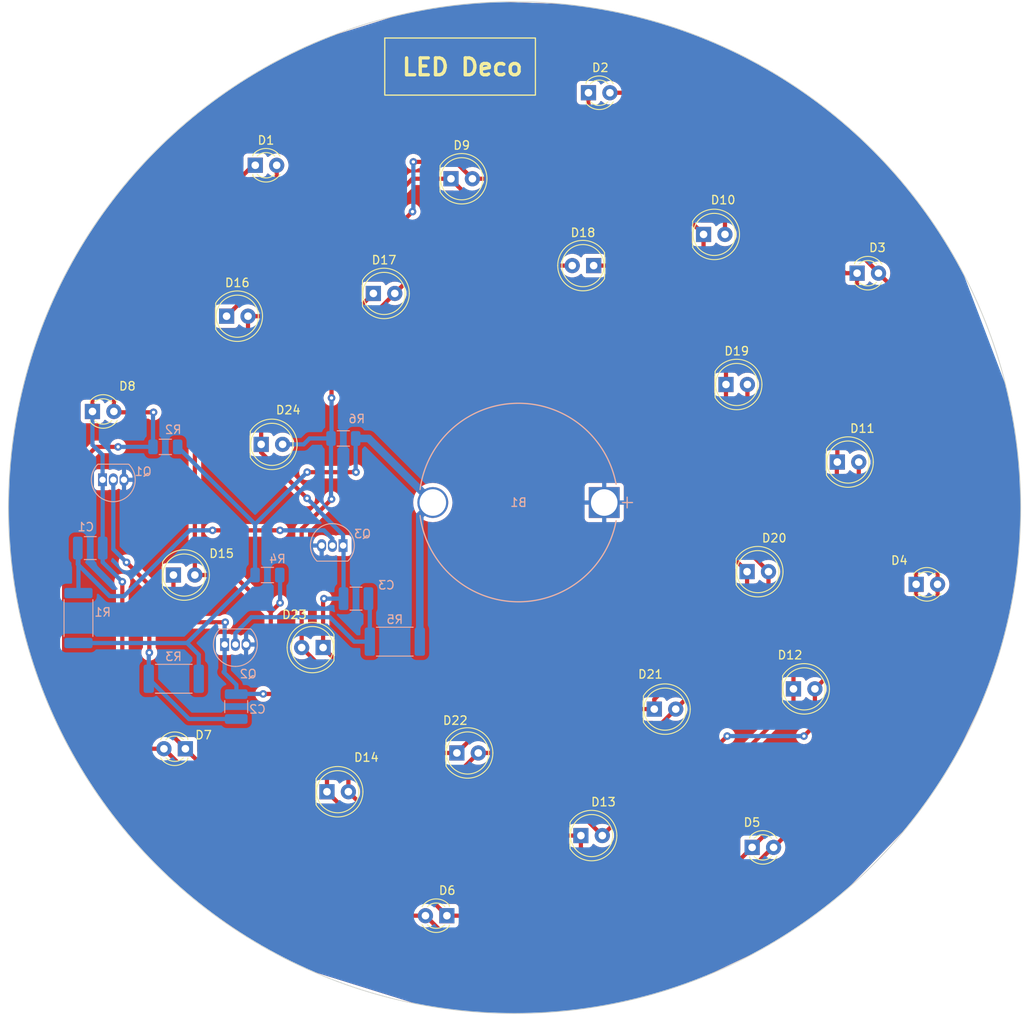
<source format=kicad_pcb>
(kicad_pcb (version 20240108) (generator "pcbnew") (generator_version "8.0")
  (layers (0 "F.Cu" signal) (31 "B.Cu" signal) (34 "B.Paste" user) (35 "F.Paste" user) (36 "B.SilkS" user "B.Silkscreen") (37 "F.SilkS" user "F.Silkscreen") (38 "B.Mask" user) (39 "F.Mask" user) (44 "Edge.Cuts" user))
  (net 0 "")
  (net 1 "GND")
  (net 2 "Net-(B1-Pad2)")
  (net 3 "Net-(Q3-B)")
  (net 4 "Net-(D1-K)")
  (net 5 "Net-(Q1-B)")
  (net 6 "Net-(D10-K)")
  (net 7 "Net-(Q2-B)")
  (net 8 "Net-(D17-K)")
  (net 9 "Net-(D1-A)")
  (net 10 "Net-(D10-A)")
  (net 11 "Net-(D17-A)")
  (footprint "LED_THT:LED_D3.0mm" (layer "F.Cu") (at 97.96 93.6)
    (property "Reference" "D8" (at 4.14 -3 0) (layer "F.SilkS"))
    (property "Value" "LED_Red")
    (pad "1" thru_hole rect (at 0 0) (size 1.8 1.8) (drill 0.9) (layers "*.Cu" "*.Mask") (net 4 "Net-(D1-K)"))
    (pad "2" thru_hole circle (at 2.54 0) (size 1.8 1.8) (drill 0.9) (layers "*.Cu" "*.Mask") (net 9 "Net-(D1-A)"))
  )
  (footprint "LED_THT:LED_D3.0mm" (layer "F.Cu") (at 156.76 55.8)
    (property "Reference" "D2" (at 1.4 -2.97 0) (layer "F.SilkS"))
    (property "Value" "LED_Red")
    (pad "1" thru_hole rect (at 0 0) (size 1.8 1.8) (drill 0.9) (layers "*.Cu" "*.Mask") (net 4 "Net-(D1-K)"))
    (pad "2" thru_hole circle (at 2.54 0) (size 1.8 1.8) (drill 0.9) (layers "*.Cu" "*.Mask") (net 9 "Net-(D1-A)"))
  )
  (footprint "LED_THT:LED_D5.0mm" (layer "F.Cu") (at 186.26 99.6)
    (property "Reference" "D11" (at 2.97 -3.98 0) (layer "F.SilkS"))
    (property "Value" "LED_Green")
    (pad "1" thru_hole rect (at 0 0) (size 1.8 1.8) (drill 0.9) (layers "*.Cu" "*.Mask") (net 6 "Net-(D10-K)"))
    (pad "2" thru_hole circle (at 2.54 0) (size 1.8 1.8) (drill 0.9) (layers "*.Cu" "*.Mask") (net 10 "Net-(D10-A)"))
  )
  (footprint "LED_THT:LED_D5.0mm" (layer "F.Cu") (at 173.06 90.4)
    (property "Reference" "D19" (at 1.27 -3.96 0) (layer "F.SilkS"))
    (property "Value" "LED_orange")
    (pad "1" thru_hole rect (at 0 0) (size 1.8 1.8) (drill 0.9) (layers "*.Cu" "*.Mask") (net 8 "Net-(D17-K)"))
    (pad "2" thru_hole circle (at 2.54 0) (size 1.8 1.8) (drill 0.9) (layers "*.Cu" "*.Mask") (net 11 "Net-(D17-A)"))
  )
  (footprint "LED_THT:LED_D5.0mm" (layer "F.Cu") (at 140.46 66)
    (property "Reference" "D9" (at 1.27 -3.96 0) (layer "F.SilkS"))
    (property "Value" "LED_Green")
    (pad "1" thru_hole rect (at 0 0) (size 1.8 1.8) (drill 0.9) (layers "*.Cu" "*.Mask") (net 6 "Net-(D10-K)"))
    (pad "2" thru_hole circle (at 2.54 0) (size 1.8 1.8) (drill 0.9) (layers "*.Cu" "*.Mask") (net 10 "Net-(D10-A)"))
  )
  (footprint "LED_THT:LED_D5.0mm" (layer "F.Cu") (at 181.06 126.5)
    (property "Reference" "D12" (at -0.41 -4.01 0) (layer "F.SilkS"))
    (property "Value" "LED_Green")
    (pad "1" thru_hole rect (at 0 0) (size 1.8 1.8) (drill 0.9) (layers "*.Cu" "*.Mask") (net 6 "Net-(D10-K)"))
    (pad "2" thru_hole circle (at 2.54 0) (size 1.8 1.8) (drill 0.9) (layers "*.Cu" "*.Mask") (net 10 "Net-(D10-A)"))
  )
  (footprint "LED_THT:LED_D5.0mm" (layer "F.Cu") (at 170.4 72.6)
    (property "Reference" "D10" (at 2.32 -4.08 0) (layer "F.SilkS"))
    (property "Value" "LED_Green")
    (pad "1" thru_hole rect (at 0 0) (size 1.8 1.8) (drill 0.9) (layers "*.Cu" "*.Mask") (net 6 "Net-(D10-K)"))
    (pad "2" thru_hole circle (at 2.54 0) (size 1.8 1.8) (drill 0.9) (layers "*.Cu" "*.Mask") (net 10 "Net-(D10-A)"))
  )
  (footprint "LED_THT:LED_D3.0mm" (layer "F.Cu") (at 188.6 77.2)
    (property "Reference" "D3" (at 2.41 -3.02 0) (layer "F.SilkS"))
    (property "Value" "LED_Red")
    (pad "1" thru_hole rect (at 0 0) (size 1.8 1.8) (drill 0.9) (layers "*.Cu" "*.Mask") (net 4 "Net-(D1-K)"))
    (pad "2" thru_hole circle (at 2.54 0) (size 1.8 1.8) (drill 0.9) (layers "*.Cu" "*.Mask") (net 9 "Net-(D1-A)"))
  )
  (footprint "LED_THT:LED_D5.0mm" (layer "F.Cu") (at 164.56 128.9)
    (property "Reference" "D21" (at -0.46 -4.13 0) (layer "F.SilkS"))
    (property "Value" "LED_orange")
    (pad "1" thru_hole rect (at 0 0) (size 1.8 1.8) (drill 0.9) (layers "*.Cu" "*.Mask") (net 8 "Net-(D17-K)"))
    (pad "2" thru_hole circle (at 2.54 0) (size 1.8 1.8) (drill 0.9) (layers "*.Cu" "*.Mask") (net 11 "Net-(D17-A)"))
  )
  (footprint "LED_THT:LED_D3.0mm" (layer "F.Cu") (at 195.6 114.1)
    (property "Reference" "D4" (at -1.99 -2.83 0) (layer "F.SilkS"))
    (property "Value" "LED_Red")
    (pad "1" thru_hole rect (at 0 0) (size 1.8 1.8) (drill 0.9) (layers "*.Cu" "*.Mask") (net 4 "Net-(D1-K)"))
    (pad "2" thru_hole circle (at 2.54 0) (size 1.8 1.8) (drill 0.9) (layers "*.Cu" "*.Mask") (net 9 "Net-(D1-A)"))
  )
  (footprint "LED_THT:LED_D5.0mm" (layer "F.Cu") (at 113.86 82.3)
    (property "Reference" "D16" (at 1.27 -3.96 0) (layer "F.SilkS"))
    (property "Value" "LED_Green")
    (pad "1" thru_hole rect (at 0 0) (size 1.8 1.8) (drill 0.9) (layers "*.Cu" "*.Mask") (net 6 "Net-(D10-K)"))
    (pad "2" thru_hole circle (at 2.54 0) (size 1.8 1.8) (drill 0.9) (layers "*.Cu" "*.Mask") (net 10 "Net-(D10-A)"))
  )
  (footprint "LED_THT:LED_D5.0mm" (layer "F.Cu") (at 131.26 79.6)
    (property "Reference" "D17" (at 1.27 -3.96 0) (layer "F.SilkS"))
    (property "Value" "LED_orange")
    (pad "1" thru_hole rect (at 0 0) (size 1.8 1.8) (drill 0.9) (layers "*.Cu" "*.Mask") (net 8 "Net-(D17-K)"))
    (pad "2" thru_hole circle (at 2.54 0) (size 1.8 1.8) (drill 0.9) (layers "*.Cu" "*.Mask") (net 11 "Net-(D17-A)"))
  )
  (footprint "LED_THT:LED_D5.0mm" (layer "F.Cu") (at 117.96 97.5)
    (property "Reference" "D24" (at 3.21 -4.07 0) (layer "F.SilkS"))
    (property "Value" "LED_orange")
    (pad "1" thru_hole rect (at 0 0) (size 1.8 1.8) (drill 0.9) (layers "*.Cu" "*.Mask") (net 8 "Net-(D17-K)"))
    (pad "2" thru_hole circle (at 2.54 0) (size 1.8 1.8) (drill 0.9) (layers "*.Cu" "*.Mask") (net 11 "Net-(D17-A)"))
  )
  (footprint "LED_THT:LED_D3.0mm" (layer "F.Cu") (at 176.16 145.3)
    (property "Reference" "D5" (at -0.02 -2.96 0) (layer "F.SilkS"))
    (property "Value" "LED_Red")
    (pad "1" thru_hole rect (at 0 0) (size 1.8 1.8) (drill 0.9) (layers "*.Cu" "*.Mask") (net 4 "Net-(D1-K)"))
    (pad "2" thru_hole circle (at 2.54 0) (size 1.8 1.8) (drill 0.9) (layers "*.Cu" "*.Mask") (net 9 "Net-(D1-A)"))
  )
  (footprint "LED_THT:LED_D5.0mm" (layer "F.Cu") (at 155.86 143.9)
    (property "Reference" "D13" (at 2.67 -3.98 0) (layer "F.SilkS"))
    (property "Value" "LED_Green")
    (pad "1" thru_hole rect (at 0 0) (size 1.8 1.8) (drill 0.9) (layers "*.Cu" "*.Mask") (net 6 "Net-(D10-K)"))
    (pad "2" thru_hole circle (at 2.54 0) (size 1.8 1.8) (drill 0.9) (layers "*.Cu" "*.Mask") (net 10 "Net-(D10-A)"))
  )
  (footprint "LED_THT:LED_D5.0mm" (layer "F.Cu") (at 125.76 138.7)
    (property "Reference" "D14" (at 4.67 -4.07 0) (layer "F.SilkS"))
    (property "Value" "LED_Green")
    (pad "1" thru_hole rect (at 0 0) (size 1.8 1.8) (drill 0.9) (layers "*.Cu" "*.Mask") (net 6 "Net-(D10-K)"))
    (pad "2" thru_hole circle (at 2.54 0) (size 1.8 1.8) (drill 0.9) (layers "*.Cu" "*.Mask") (net 10 "Net-(D10-A)"))
  )
  (footprint "LED_THT:LED_D5.0mm" (layer "F.Cu") (at 141.16 134.1)
    (property "Reference" "D22" (at -0.19 -3.85 0) (layer "F.SilkS"))
    (property "Value" "LED_orange")
    (pad "1" thru_hole rect (at 0 0) (size 1.8 1.8) (drill 0.9) (layers "*.Cu" "*.Mask") (net 8 "Net-(D17-K)"))
    (pad "2" thru_hole circle (at 2.54 0) (size 1.8 1.8) (drill 0.9) (layers "*.Cu" "*.Mask") (net 11 "Net-(D17-A)"))
  )
  (footprint "LED_THT:LED_D3.0mm" (layer "F.Cu") (at 117.26 64.4)
    (property "Reference" "D1" (at 1.27 -2.96 360) (layer "F.SilkS"))
    (property "Value" "LED_Red")
    (pad "1" thru_hole rect (at 0 0) (size 1.8 1.8) (drill 0.9) (layers "*.Cu" "*.Mask") (net 4 "Net-(D1-K)"))
    (pad "2" thru_hole circle (at 2.54 0) (size 1.8 1.8) (drill 0.9) (layers "*.Cu" "*.Mask") (net 9 "Net-(D1-A)"))
  )
  (footprint "LED_THT:LED_D5.0mm" (layer "F.Cu") (at 107.56 113)
    (property "Reference" "D15" (at 5.71 -2.55 0) (layer "F.SilkS"))
    (property "Value" "LED_Green")
    (pad "1" thru_hole rect (at 0 0) (size 1.8 1.8) (drill 0.9) (layers "*.Cu" "*.Mask") (net 6 "Net-(D10-K)"))
    (pad "2" thru_hole circle (at 2.54 0) (size 1.8 1.8) (drill 0.9) (layers "*.Cu" "*.Mask") (net 10 "Net-(D10-A)"))
  )
  (footprint "LED_THT:LED_D3.0mm" (layer "F.Cu") (at 139.975 153.4 180)
    (property "Reference" "D6" (at -0.035 2.99 180) (layer "F.SilkS"))
    (property "Value" "LED_Red")
    (pad "1" thru_hole rect (at 0 0 180) (size 1.8 1.8) (drill 0.9) (layers "*.Cu" "*.Mask") (net 4 "Net-(D1-K)"))
    (pad "2" thru_hole circle (at 2.54 0 180) (size 1.8 1.8) (drill 0.9) (layers "*.Cu" "*.Mask") (net 9 "Net-(D1-A)"))
  )
  (footprint "LED_THT:LED_D5.0mm" (layer "F.Cu") (at 125.3 121.6 180)
    (property "Reference" "D23" (at 3.4 3.9 180) (layer "F.SilkS"))
    (property "Value" "LED_orange")
    (pad "1" thru_hole rect (at 0 0 180) (size 1.8 1.8) (drill 0.9) (layers "*.Cu" "*.Mask") (net 8 "Net-(D17-K)"))
    (pad "2" thru_hole circle (at 2.54 0 180) (size 1.8 1.8) (drill 0.9) (layers "*.Cu" "*.Mask") (net 11 "Net-(D17-A)"))
  )
  (footprint "LED_THT:LED_D5.0mm" (layer "F.Cu") (at 157.375 76.3 180)
    (property "Reference" "D18" (at 1.265 3.9 180) (layer "F.SilkS"))
    (property "Value" "LED_orange")
    (pad "1" thru_hole rect (at 0 0 180) (size 1.8 1.8) (drill 0.9) (layers "*.Cu" "*.Mask") (net 8 "Net-(D17-K)"))
    (pad "2" thru_hole circle (at 2.54 0 180) (size 1.8 1.8) (drill 0.9) (layers "*.Cu" "*.Mask") (net 11 "Net-(D17-A)"))
  )
  (footprint "LED_THT:LED_D3.0mm" (layer "F.Cu") (at 108.975 133.6 180)
    (property "Reference" "D7" (at -2.155 1.62 180) (layer "F.SilkS"))
    (property "Value" "LED_Red")
    (pad "1" thru_hole rect (at 0 0 180) (size 1.8 1.8) (drill 0.9) (layers "*.Cu" "*.Mask") (net 4 "Net-(D1-K)"))
    (pad "2" thru_hole circle (at 2.54 0 180) (size 1.8 1.8) (drill 0.9) (layers "*.Cu" "*.Mask") (net 9 "Net-(D1-A)"))
  )
  (footprint "LED_THT:LED_D5.0mm" (layer "F.Cu") (at 175.56 112.6)
    (property "Reference" "D20" (at 3.22 -3.98 0) (layer "F.SilkS"))
    (property "Value" "LED_orange")
    (pad "1" thru_hole rect (at 0 0) (size 1.8 1.8) (drill 0.9) (layers "*.Cu" "*.Mask") (net 8 "Net-(D17-K)"))
    (pad "2" thru_hole circle (at 2.54 0) (size 1.8 1.8) (drill 0.9) (layers "*.Cu" "*.Mask") (net 11 "Net-(D17-A)"))
  )
  (footprint "Package_TO_SOT_THT:TO-92_Inline" (layer "B.Cu") (at 127.67 109.5 180)
    (property "Reference" "Q3" (at -2.3 1.38 180) (layer "B.SilkS") (effects (justify mirror)))
    (property "Value" "BC547")
    (pad "1" thru_hole rect (at 0 0 180) (size 1.05 1.5) (drill 0.75) (layers "*.Cu" "*.Mask") (net 8 "Net-(D17-K)"))
    (pad "2" thru_hole oval (at 1.27 0 180) (size 1.05 1.5) (drill 0.75) (layers "*.Cu" "*.Mask") (net 3 "Net-(Q3-B)"))
    (pad "3" thru_hole oval (at 2.54 0 180) (size 1.05 1.5) (drill 0.75) (layers "*.Cu" "*.Mask") (net 1 "GND"))
  )
  (footprint "Resistor_SMD:R_2512_6332Metric" (layer "B.Cu") (at 96.3 118.1 90)
    (property "Reference" "R1" (at 0.68 2.87 0) (layer "B.SilkS") (effects (justify mirror)))
    (property "Value" "10k" (hide yes))
    (pad "1" smd roundrect (at -2.9625 0 90) (size 1.225 3.35) (layers "B.Cu" "B.Paste" "B.Mask") (roundrect_rratio 0.204082) (net 2 "Net-(B1-Pad2)"))
    (pad "2" smd roundrect (at 2.9625 0 90) (size 1.225 3.35) (layers "B.Cu" "B.Paste" "B.Mask") (roundrect_rratio 0.204082) (net 3 "Net-(Q3-B)"))
  )
  (footprint "Resistor_SMD:R_1206_3216Metric" (layer "B.Cu") (at 106.6 97.8 180)
    (property "Reference" "R2" (at -0.93 2.04 180) (layer "B.SilkS") (effects (justify mirror)))
    (property "Value" "10" (hide yes))
    (pad "1" smd roundrect (at -1.4625 0 180) (size 1.125 1.75) (layers "B.Cu" "B.Paste" "B.Mask") (roundrect_rratio 0.222222) (net 2 "Net-(B1-Pad2)"))
    (pad "2" smd roundrect (at 1.4625 0 180) (size 1.125 1.75) (layers "B.Cu" "B.Paste" "B.Mask") (roundrect_rratio 0.222222) (net 9 "Net-(D1-A)"))
  )
  (footprint "Resistor_SMD:R_1206_3216Metric" (layer "B.Cu") (at 118.7 113)
    (property "Reference" "R4" (at 1.19 -1.91 360) (layer "B.SilkS") (effects (justify mirror)))
    (property "Value" "10" (hide yes))
    (pad "1" smd roundrect (at -1.4625 0) (size 1.125 1.75) (layers "B.Cu" "B.Paste" "B.Mask") (roundrect_rratio 0.222222) (net 2 "Net-(B1-Pad2)"))
    (pad "2" smd roundrect (at 1.4625 0) (size 1.125 1.75) (layers "B.Cu" "B.Paste" "B.Mask") (roundrect_rratio 0.222222) (net 10 "Net-(D10-A)"))
  )
  (footprint "Resistor_SMD:R_1206_3216Metric" (layer "B.Cu") (at 127.7 96.8 180)
    (property "Reference" "R6" (at -1.59 2.32 180) (layer "B.SilkS") (effects (justify mirror)))
    (property "Value" "10" (hide yes))
    (pad "1" smd roundrect (at -1.4625 0 180) (size 1.125 1.75) (layers "B.Cu" "B.Paste" "B.Mask") (roundrect_rratio 0.222222) (net 2 "Net-(B1-Pad2)"))
    (pad "2" smd roundrect (at 1.4625 0 180) (size 1.125 1.75) (layers "B.Cu" "B.Paste" "B.Mask") (roundrect_rratio 0.222222) (net 11 "Net-(D17-A)"))
  )
  (footprint "Capacitor_SMD:C_1210_3225Metric" (layer "B.Cu") (at 129.2 115.8 180)
    (property "Reference" "C3" (at -3.6 1.6 180) (layer "B.SilkS") (effects (justify mirror)))
    (property "Value" "100u" (hide yes))
    (pad "1" smd roundrect (at -1.475 0 180) (size 1.15 2.7) (layers "B.Cu" "B.Paste" "B.Mask") (roundrect_rratio 0.217391) (net 7 "Net-(Q2-B)"))
    (pad "2" smd roundrect (at 1.475 0 180) (size 1.15 2.7) (layers "B.Cu" "B.Paste" "B.Mask") (roundrect_rratio 0.217391) (net 8 "Net-(D17-K)"))
  )
  (footprint "Resistor_SMD:R_2512_6332Metric" (layer "B.Cu") (at 133.8 120.9 180)
    (property "Reference" "R5" (at 0 2.62 180) (layer "B.SilkS") (effects (justify mirror)))
    (property "Value" "10k" (hide yes))
    (pad "1" smd roundrect (at -2.9625 0 180) (size 1.225 3.35) (layers "B.Cu" "B.Paste" "B.Mask") (roundrect_rratio 0.204082) (net 2 "Net-(B1-Pad2)"))
    (pad "2" smd roundrect (at 2.9625 0 180) (size 1.225 3.35) (layers "B.Cu" "B.Paste" "B.Mask") (roundrect_rratio 0.204082) (net 7 "Net-(Q2-B)"))
  )
  (footprint "Package_TO_SOT_THT:TO-92_Inline" (layer "B.Cu") (at 99.16 101.7)
    (property "Reference" "Q1" (at 4.81 -0.97 360) (layer "B.SilkS") (effects (justify mirror)))
    (property "Value" "BC547")
    (pad "1" thru_hole rect (at 0 0) (size 1.05 1.5) (drill 0.75) (layers "*.Cu" "*.Mask") (net 4 "Net-(D1-K)"))
    (pad "2" thru_hole oval (at 1.27 0) (size 1.05 1.5) (drill 0.75) (layers "*.Cu" "*.Mask") (net 5 "Net-(Q1-B)"))
    (pad "3" thru_hole oval (at 2.54 0) (size 1.05 1.5) (drill 0.75) (layers "*.Cu" "*.Mask") (net 1 "GND"))
  )
  (footprint "Resistor_SMD:R_2512_6332Metric" (layer "B.Cu") (at 107.6 125.3 180)
    (property "Reference" "R3" (at 0.03 2.62 180) (layer "B.SilkS") (effects (justify mirror)))
    (property "Value" "10k" (hide yes))
    (pad "1" smd roundrect (at -2.9625 0 180) (size 1.225 3.35) (layers "B.Cu" "B.Paste" "B.Mask") (roundrect_rratio 0.204082) (net 2 "Net-(B1-Pad2)"))
    (pad "2" smd roundrect (at 2.9625 0 180) (size 1.225 3.35) (layers "B.Cu" "B.Paste" "B.Mask") (roundrect_rratio 0.204082) (net 5 "Net-(Q1-B)"))
  )
  (footprint "footprints:BATT_CR-2354-HFN_PAN" (layer "B.Cu") (at 158.625 104.4 180)
    (property "Reference" "B1" (at 10.16 0 0) (layer "B.SilkS") (effects (justify mirror)))
    (property "Value" "CR-2354/HFN")
    (pad "1" thru_hole rect (at 0 0 180) (size 3.6576 3.6576) (drill 3.1496) (layers "*.Cu" "*.Mask") (net 1 "GND"))
    (pad "2" thru_hole circle (at 20.32 0 180) (size 3.6576 3.6576) (drill 3.1496) (layers "*.Cu" "*.Mask") (net 2 "Net-(B1-Pad2)"))
  )
  (footprint "Capacitor_SMD:C_1210_3225Metric" (layer "B.Cu") (at 97.7 109.8)
    (property "Reference" "C1" (at -0.53 -2.5 360) (layer "B.SilkS") (effects (justify mirror)))
    (property "Value" "100u" (hide yes))
    (pad "1" smd roundrect (at -1.475 0) (size 1.15 2.7) (layers "B.Cu" "B.Paste" "B.Mask") (roundrect_rratio 0.217391) (net 3 "Net-(Q3-B)"))
    (pad "2" smd roundrect (at 1.475 0) (size 1.15 2.7) (layers "B.Cu" "B.Paste" "B.Mask") (roundrect_rratio 0.217391) (net 4 "Net-(D1-K)"))
  )
  (footprint "Capacitor_SMD:C_1210_3225Metric" (layer "B.Cu") (at 115 128.6 90)
    (property "Reference" "C2" (at -0.32 2.52 0) (layer "B.SilkS") (effects (justify mirror)))
    (property "Value" "100u" (hide yes))
    (pad "1" smd roundrect (at -1.475 0 90) (size 1.15 2.7) (layers "B.Cu" "B.Paste" "B.Mask") (roundrect_rratio 0.217391) (net 5 "Net-(Q1-B)"))
    (pad "2" smd roundrect (at 1.475 0 90) (size 1.15 2.7) (layers "B.Cu" "B.Paste" "B.Mask") (roundrect_rratio 0.217391) (net 6 "Net-(D10-K)"))
  )
  (footprint "Package_TO_SOT_THT:TO-92_Inline" (layer "B.Cu") (at 113.63 121.24)
    (property "Reference" "Q2" (at 2.79 3.49 360) (layer "B.SilkS") (effects (justify mirror)))
    (property "Value" "BC547")
    (pad "1" thru_hole rect (at 0 0) (size 1.05 1.5) (drill 0.75) (layers "*.Cu" "*.Mask") (net 6 "Net-(D10-K)"))
    (pad "2" thru_hole oval (at 1.27 0) (size 1.05 1.5) (drill 0.75) (layers "*.Cu" "*.Mask") (net 7 "Net-(Q2-B)"))
    (pad "3" thru_hole oval (at 2.54 0) (size 1.05 1.5) (drill 0.75) (layers "*.Cu" "*.Mask") (net 1 "GND"))
  )
  (gr_rect (start 132.61 49.31) (end 150.47 56.08) (stroke (width 0.15)) (fill none) (layer "F.SilkS"))
  (gr_circle (center 148 105) (end 208 105) (stroke (width 0.1)) (fill none) (layer "Edge.Cuts"))
  (gr_text "LED Deco" (at 134.46 53.93 0) (layer "F.SilkS") (effects (font (size 2 2) (thickness 0.4) (bold yes)) (justify left bottom)))
  (segment (start 123.4125 100.8) (end 129.2 100.8) (width 0.5) (layer "F.Cu") (net 2))
  (via (at 129.2 100.8) (size 0.9) (drill 0.4) (layers "F.Cu" "B.Cu") (net 2))
  (via (at 123.4125 100.8) (size 0.9) (drill 0.4) (layers "F.Cu" "B.Cu") (net 2))
  (segment (start 117.2375 113) (end 117.2375 106.975) (width 0.5) (layer "B.Cu") (net 2))
  (segment (start 110.5625 125.3) (end 110.5625 122.45) (width 0.5) (layer "B.Cu") (net 2))
  (segment (start 117.2375 106.975) (end 108.0625 97.8) (width 0.5) (layer "B.Cu") (net 2))
  (segment (start 123.4125 100.8) (end 117.2375 106.975) (width 0.5) (layer "B.Cu") (net 2))
  (segment (start 129.1625 100.7625) (end 129.2 100.8) (width 0.9) (layer "B.Cu") (net 2))
  (segment (start 138.305 104.4) (end 130.705 96.8) (width 0.9) (layer "B.Cu") (net 2))
  (segment (start 129.1625 96.8) (end 129.1625 100.7625) (width 0.5) (layer "B.Cu") (net 2))
  (segment (start 110.5625 122.45) (end 109.175 121.0625) (width 0.5) (layer "B.Cu") (net 2))
  (segment (start 130.705 96.8) (end 129.1625 96.8) (width 0.9) (layer "B.Cu") (net 2))
  (segment (start 136.7625 105.9425) (end 138.305 104.4) (width 0.9) (layer "B.Cu") (net 2))
  (segment (start 109.175 121.0625) (end 117.2375 113) (width 0.5) (layer "B.Cu") (net 2))
  (segment (start 136.7625 120.9) (end 136.7625 105.9425) (width 0.9) (layer "B.Cu") (net 2))
  (segment (start 96.3 121.0625) (end 109.175 121.0625) (width 0.5) (layer "B.Cu") (net 2))
  (segment (start 120.2 107.7) (end 112.2 107.7) (width 0.5) (layer "F.Cu") (net 3))
  (via (at 112.2 107.7) (size 0.9) (drill 0.4) (layers "F.Cu" "B.Cu") (net 3))
  (via (at 120.2 107.7) (size 0.9) (drill 0.4) (layers "F.Cu" "B.Cu") (net 3))
  (segment (start 100 115.5) (end 96.225 111.725) (width 0.5) (layer "B.Cu") (net 3))
  (segment (start 101.7 115.5) (end 100 115.5) (width 0.5) (layer "B.Cu") (net 3))
  (segment (start 125.4 107.7) (end 120.2 107.7) (width 0.5) (layer "B.Cu") (net 3))
  (segment (start 96.225 111.725) (end 96.225 109.8) (width 0.5) (layer "B.Cu") (net 3))
  (segment (start 109.5 107.7) (end 101.7 115.5) (width 0.5) (layer "B.Cu") (net 3))
  (segment (start 126.4 108.7) (end 125.4 107.7) (width 0.5) (layer "B.Cu") (net 3))
  (segment (start 112.2 107.7) (end 109.5 107.7) (width 0.5) (layer "B.Cu") (net 3))
  (segment (start 126.4 109.5) (end 126.4 108.7) (width 0.5) (layer "B.Cu") (net 3))
  (segment (start 96.3 115.1375) (end 96.3 109.875) (width 0.5) (layer "B.Cu") (net 3))
  (segment (start 96.3 109.875) (end 96.225 109.8) (width 0.5) (layer "B.Cu") (net 3))
  (segment (start 188.6 77.2) (end 188.6 79.9) (width 0.5) (layer "F.Cu") (net 4))
  (segment (start 117.26 64.4) (end 117 64.4) (width 0.5) (layer "F.Cu") (net 4))
  (segment (start 139.975 153.4) (end 138.075 151.5) (width 0.5) (layer "F.Cu") (net 4))
  (segment (start 168.06 153.4) (end 139.975 153.4) (width 0.5) (layer "F.Cu") (net 4))
  (segment (start 195.6 114.1) (end 195.6 125.86) (width 0.5) (layer "F.Cu") (net 4))
  (segment (start 156.76 57.26) (end 158.8 59.3) (width 0.5) (layer "F.Cu") (net 4))
  (segment (start 101.5 126.1) (end 108.975 133.575) (width 0.5) (layer "F.Cu") (net 4))
  (segment (start 156.76 55.8) (end 156.76 57.26) (width 0.5) (layer "F.Cu") (net 4))
  (segment (start 188.6 79.9) (end 195.6 86.9) (width 0.5) (layer "F.Cu") (net 4))
  (segment (start 108.975 133.575) (end 108.975 133.6) (width 0.5) (layer "F.Cu") (net 4))
  (segment (start 195.6 86.9) (end 195.6 114.1) (width 0.5) (layer "F.Cu") (net 4))
  (segment (start 117 64.4) (end 97.96 83.44) (width 0.5) (layer "F.Cu") (net 4))
  (segment (start 169.3 59.3) (end 187.2 77.2) (width 0.5) (layer "F.Cu") (net 4))
  (segment (start 176.16 145.3) (end 168.06 153.4) (width 0.5) (layer "F.Cu") (net 4))
  (segment (start 195.6 125.86) (end 176.16 145.3) (width 0.5) (layer "F.Cu") (net 4))
  (segment (start 158.8 59.3) (end 169.3 59.3) (width 0.5) (layer "F.Cu") (net 4))
  (segment (start 126.875 151.5) (end 108.975 133.6) (width 0.5) (layer "F.Cu") (net 4))
  (segment (start 101.5 113.8) (end 101.5 126.1) (width 0.5) (layer "F.Cu") (net 4))
  (segment (start 138.075 151.5) (end 126.875 151.5) (width 0.5) (layer "F.Cu") (net 4))
  (segment (start 97.96 83.44) (end 97.96 93.6) (width 0.5) (layer "F.Cu") (net 4))
  (segment (start 187.2 77.2) (end 188.6 77.2) (width 0.5) (layer "F.Cu") (net 4))
  (via (at 101.5 113.8) (size 0.9) (drill 0.4) (layers "F.Cu" "B.Cu") (net 4))
  (segment (start 99.175 109.8) (end 99.175 101.715) (width 0.5) (layer "B.Cu") (net 4))
  (segment (start 99.175 101.715) (end 99.16 101.7) (width 0.5) (layer "B.Cu") (net 4))
  (segment (start 99.16 98.76) (end 97.96 97.56) (width 0.5) (layer "B.Cu") (net 4))
  (segment (start 99.16 101.7) (end 99.16 98.76) (width 0.5) (layer "B.Cu") (net 4))
  (segment (start 99.175 111.475) (end 99.175 109.8) (width 0.5) (layer "B.Cu") (net 4))
  (segment (start 101.5 113.8) (end 99.175 111.475) (width 0.5) (layer "B.Cu") (net 4))
  (segment (start 97.96 97.56) (end 97.96 93.6) (width 0.5) (layer "B.Cu") (net 4))
  (segment (start 104.7 114.2) (end 102 111.5) (width 0.5) (layer "F.Cu") (net 5))
  (segment (start 104.7 122.2) (end 104.7 114.2) (width 0.5) (layer "F.Cu") (net 5))
  (via (at 104.7 122.2) (size 0.9) (drill 0.4) (layers "F.Cu" "B.Cu") (net 5))
  (via (at 102 111.5) (size 0.9) (drill 0.4) (layers "F.Cu" "B.Cu") (net 5))
  (segment (start 100.43 109.93) (end 100.43 101.7) (width 0.5) (layer "B.Cu") (net 5))
  (segment (start 109.4125 130.075) (end 104.6375 125.3) (width 0.5) (layer "B.Cu") (net 5))
  (segment (start 102 111.5) (end 100.43 109.93) (width 0.5) (layer "B.Cu") (net 5))
  (segment (start 115 130.075) (end 109.4125 130.075) (width 0.5) (layer "B.Cu") (net 5))
  (segment (start 104.6375 125.3) (end 104.6375 122.2625) (width 0.5) (layer "B.Cu") (net 5))
  (segment (start 104.6375 122.2625) (end 104.7 122.2) (width 0.5) (layer "B.Cu") (net 5))
  (segment (start 118.2 127.1) (end 119.5 127.1) (width 0.5) (layer "F.Cu") (net 6))
  (segment (start 125.76 138.7) (end 130.96 143.9) (width 0.5) (layer "F.Cu") (net 6))
  (segment (start 142.8 68.4) (end 140.46 66.06) (width 0.5) (layer "F.Cu") (net 6))
  (segment (start 186.26 92.56) (end 170.4 76.7) (width 0.5) (layer "F.Cu") (net 6))
  (segment (start 113.7 118.6) (end 110 118.6) (width 0.5) (layer "F.Cu") (net 6))
  (segment (start 170.4 72.6) (end 166.2 68.4) (width 0.5) (layer "F.Cu") (net 6))
  (segment (start 119.5 127.1) (end 125.76 133.36) (width 0.5) (layer "F.Cu") (net 6))
  (segment (start 181.06 126.5) (end 181.06 124.74) (width 0.5) (layer "F.Cu") (net 6))
  (segment (start 181.06 128.14) (end 181.06 126.5) (width 0.5) (layer "F.Cu") (net 6))
  (segment (start 125.76 133.36) (end 125.76 138.7) (width 0.5) (layer "F.Cu") (net 6))
  (segment (start 135.9 66) (end 132.7 69.2) (width 0.5) (layer "F.Cu") (net 6))
  (segment (start 186.2 99.66) (end 186.26 99.6) (width 0.5) (layer "F.Cu") (net 6))
  (segment (start 170.4 76.7) (end 170.4 72.6) (width 0.5) (layer "F.Cu") (net 6))
  (segment (start 181.06 124.74) (end 186.2 119.6) (width 0.5) (layer "F.Cu") (net 6))
  (segment (start 130.96 143.9) (end 155.86 143.9) (width 0.5) (layer "F.Cu") (net 6))
  (segment (start 140.46 66) (end 135.9 66) (width 0.5) (layer "F.Cu") (net 6))
  (segment (start 186.26 99.6) (end 186.26 92.56) (width 0.5) (layer "F.Cu") (net 6))
  (segment (start 107.56 116.16) (end 107.56 113) (width 0.5) (layer "F.Cu") (net 6))
  (segment (start 132.7 69.2) (end 126.96 69.2) (width 0.5) (layer "F.Cu") (net 6))
  (segment (start 157.6 147.1) (end 162.1 147.1) (width 0.5) (layer "F.Cu") (net 6))
  (segment (start 155.86 145.36) (end 157.6 147.1) (width 0.5) (layer "F.Cu") (net 6))
  (segment (start 140.46 66.06) (end 140.46 66) (width 0.5) (layer "F.Cu") (net 6))
  (segment (start 166.2 68.4) (end 142.8 68.4) (width 0.5) (layer "F.Cu") (net 6))
  (segment (start 110 118.6) (end 107.56 116.16) (width 0.5) (layer "F.Cu") (net 6))
  (segment (start 162.1 147.1) (end 181.06 128.14) (width 0.5) (layer "F.Cu") (net 6))
  (segment (start 186.2 119.6) (end 186.2 99.66) (width 0.5) (layer "F.Cu") (net 6))
  (segment (start 155.86 143.9) (end 155.86 145.36) (width 0.5) (layer "F.Cu") (net 6))
  (segment (start 126.96 69.2) (end 113.86 82.3) (width 0.5) (layer "F.Cu") (net 6))
  (via (at 113.7 118.6) (size 0.9) (drill 0.4) (layers "F.Cu" "B.Cu") (net 6))
  (via (at 118.2 127.1) (size 0.9) (drill 0.4) (layers "F.Cu" "B.Cu") (net 6))
  (segment (start 115.025 126.025) (end 113.5 124.5) (width 0.5) (layer "B.Cu") (net 6))
  (segment (start 113.5 124.5) (end 113.63 124.37) (width 0.5) (layer "B.Cu") (net 6))
  (segment (start 115.025 127.1) (end 115 127.125) (width 0.5) (layer "B.Cu") (net 6))
  (segment (start 113.63 118.67) (end 113.7 118.6) (width 0.5) (layer "B.Cu") (net 6))
  (segment (start 113.63 124.37) (end 113.63 121.24) (width 0.5) (layer "B.Cu") (net 6))
  (segment (start 118.2 127.1) (end 115.025 127.1) (width 0.5) (layer "B.Cu") (net 6))
  (segment (start 113.63 121.24) (end 113.63 118.67) (width 0.5) (layer "B.Cu") (net 6))
  (segment (start 115.025 127.1) (end 115.025 126.025) (width 0.5) (layer "B.Cu") (net 6))
  (segment (start 130.8375 120.9) (end 129 120.9) (width 0.5) (layer "B.Cu") (net 7))
  (segment (start 126.1 118) (end 116.8 118) (width 0.5) (layer "B.Cu") (net 7))
  (segment (start 116.8 118) (end 114.9 119.9) (width 0.5) (layer "B.Cu") (net 7))
  (segment (start 114.9 119.9) (end 114.9 121.24) (width 0.5) (layer "B.Cu") (net 7))
  (segment (start 130.8375 115.9625) (end 130.675 115.8) (width 0.5) (layer "B.Cu") (net 7))
  (segment (start 129 120.9) (end 126.1 118) (width 0.5) (layer "B.Cu") (net 7))
  (segment (start 130.8375 120.9) (end 130.8375 115.9625) (width 0.5) (layer "B.Cu") (net 7))
  (segment (start 160 131.7) (end 143.56 131.7) (width 0.5) (layer "F.Cu") (net 8))
  (segment (start 157.375 76.3) (end 161 76.3) (width 0.5) (layer "F.Cu") (net 8))
  (segment (start 164.56 127.74) (end 164.56 128.9) (width 0.5) (layer "F.Cu") (net 8))
  (segment (start 143.56 131.7) (end 141.16 134.1) (width 0.5) (layer "F.Cu") (net 8))
  (segment (start 117.96 92.9) (end 131.26 79.6) (width 0.5) (layer "F.Cu") (net 8))
  (segment (start 161 76.3) (end 173.06 88.36) (width 0.5) (layer "F.Cu") (net 8))
  (segment (start 117.96 97.5) (end 117.96 92.9) (width 0.5) (layer "F.Cu") (net 8))
  (segment (start 125.3 121.6) (end 125.3 115.9) (width 0.5) (layer "F.Cu") (net 8))
  (segment (start 141.16 134.1) (end 137.8 134.1) (width 0.5) (layer "F.Cu") (net 8))
  (segment (start 117.96 98.46) (end 117.96 97.5) (width 0.5) (layer "F.Cu") (net 8))
  (segment (start 164.56 128.9) (end 162.8 128.9) (width 0.5) (layer "F.Cu") (net 8))
  (segment (start 175.56 116.74) (end 164.56 127.74) (width 0.5) (layer "F.Cu") (net 8))
  (segment (start 173.06 110.1) (end 175.56 112.6) (width 0.5) (layer "F.Cu") (net 8))
  (segment (start 173.06 88.36) (end 173.06 90.4) (width 0.5) (layer "F.Cu") (net 8))
  (segment (start 137.8 134.1) (end 125.3 121.6) (width 0.5) (layer "F.Cu") (net 8))
  (segment (start 173.06 90.4) (end 173.06 110.1) (width 0.5) (layer "F.Cu") (net 8))
  (segment (start 175.56 112.6) (end 175.56 116.74) (width 0.5) (layer "F.Cu") (net 8))
  (segment (start 162.8 128.9) (end 160 131.7) (width 0.5) (layer "F.Cu") (net 8))
  (segment (start 125.3 115.9) (end 125.4 115.8) (width 0.5) (layer "F.Cu") (net 8))
  (segment (start 123.4 103.9) (end 117.96 98.46) (width 0.5) (layer "F.Cu") (net 8))
  (via (at 125.4 115.8) (size 0.9) (drill 0.4) (layers "F.Cu" "B.Cu") (net 8))
  (via (at 123.4 103.9) (size 0.9) (drill 0.4) (layers "F.Cu" "B.Cu") (net 8))
  (segment (start 125.4 115.8) (end 127.725 115.8) (width 0.5) (layer "B.Cu") (net 8))
  (segment (start 127.725 109.555) (end 127.67 109.5) (width 0.5) (layer "B.Cu") (net 8))
  (segment (start 127.67 108.25) (end 127.67 109.5) (width 0.5) (layer "B.Cu") (net 8))
  (segment (start 124.62 105.2) (end 127.67 108.25) (width 0.5) (layer "B.Cu") (net 8))
  (segment (start 127.725 115.8) (end 127.725 109.555) (width 0.5) (layer "B.Cu") (net 8))
  (segment (start 124.62 105.12) (end 124.62 105.2) (width 0.5) (layer "B.Cu") (net 8))
  (segment (start 123.4 103.9) (end 124.62 105.12) (width 0.5) (layer "B.Cu") (net 8))
  (segment (start 105.2 93.7) (end 100.6 93.7) (width 0.5) (layer "F.Cu") (net 9))
  (segment (start 159.3 55.8) (end 169.8 55.8) (width 0.5) (layer "F.Cu") (net 9))
  (segment (start 93.6 122.4) (end 104.8 133.6) (width 0.5) (layer "F.Cu") (net 9))
  (segment (start 198.14 84.2) (end 198.14 114.1) (width 0.5) (layer "F.Cu") (net 9))
  (segment (start 119.8 66.2) (end 119.8 64.4) (width 0.5) (layer "F.Cu") (net 9))
  (segment (start 198.14 125.86) (end 178.7 145.3) (width 0.5) (layer "F.Cu") (net 9))
  (segment (start 168.3 155.6) (end 139.635 155.6) (width 0.5) (layer "F.Cu") (net 9))
  (segment (start 98.4 97.8) (end 93.6 102.6) (width 0.5) (layer "F.Cu") (net 9))
  (segment (start 137.435 153.4) (end 126.235 153.4) (width 0.5) (layer "F.Cu") (net 9))
  (segment (start 100.5 93.6) (end 100.5 85.5) (width 0.5) (layer "F.Cu") (net 9))
  (segment (start 178.6 145.3) (end 168.3 155.6) (width 0.5) (layer "F.Cu") (net 9))
  (segment (start 100.6 93.7) (end 100.5 93.6) (width 0.5) (layer "F.Cu") (net 9))
  (segment (start 104.8 133.6) (end 106.435 133.6) (width 0.5) (layer "F.Cu") (net 9))
  (segment (start 126.235 153.4) (end 106.435 133.6) (width 0.5) (layer "F.Cu") (net 9))
  (segment (start 198.14 114.1) (end 198.14 125.86) (width 0.5) (layer "F.Cu") (net 9))
  (segment (start 93.6 102.6) (end 93.6 122.4) (width 0.5) (layer "F.Cu") (net 9))
  (segment (start 169.8 55.8) (end 191.14 77.14) (width 0.5) (layer "F.Cu") (net 9))
  (segment (start 101 97.8) (end 98.4 97.8) (width 0.5) (layer "F.Cu") (net 9))
  (segment (start 191.14 77.2) (end 198.14 84.2) (width 0.5) (layer "F.Cu") (net 9))
  (segment (start 191.14 77.14) (end 191.14 77.2) (width 0.5) (layer "F.Cu") (net 9))
  (segment (start 178.7 145.3) (end 178.6 145.3) (width 0.5) (layer "F.Cu") (net 9))
  (segment (start 139.635 155.6) (end 137.435 153.4) (width 0.5) (layer "F.Cu") (net 9))
  (segment (start 100.5 85.5) (end 119.8 66.2) (width 0.5) (layer "F.Cu") (net 9))
  (via (at 101 97.8) (size 0.9) (drill 0.4) (layers "F.Cu" "B.Cu") (net 9))
  (via (at 105.2 93.7) (size 0.9) (drill 0.4) (layers "F.Cu" "B.Cu") (net 9))
  (segment (start 105.1375 97.8) (end 101 97.8) (width 0.5) (layer "B.Cu") (net 9))
  (segment (start 105.1375 93.7625) (end 105.2 93.7) (width 0.5) (layer "B.Cu") (net 9))
  (segment (start 105.1375 97.8) (end 105.1375 93.7625) (width 0.5) (layer "B.Cu") (net 9))
  (segment (start 155.8 141.3) (end 158.4 143.9) (width 0.5) (layer "F.Cu") (net 10))
  (segment (start 129 71.5) (end 118.2 82.3) (width 0.5) (layer "F.Cu") (net 10))
  (segment (start 128.3 133.5) (end 128.3 138.7) (width 0.5) (layer "F.Cu") (net 10))
  (segment (start 116.4 82.3) (end 116.4 90.1) (width 0.5) (layer "F.Cu") (net 10))
  (segment (start 141 64) (end 143 66) (width 0.5) (layer "F.Cu") (net 10))
  (segment (start 164.1 141.2) (end 173.2 132.1) (width 0.5) (layer "F.Cu") (net 10))
  (segment (start 118.2 82.3) (end 116.4 82.3) (width 0.5) (layer "F.Cu") (net 10))
  (segment (start 135.9 69.9) (end 134.3 71.5) (width 0.5) (layer "F.Cu") (net 10))
  (segment (start 116.4 90.1) (end 110.1 96.4) (width 0.5) (layer "F.Cu") (net 10))
  (segment (start 183.6 130.8) (end 183.6 126.5) (width 0.5) (layer "F.Cu") (net 10))
  (segment (start 182.3 132.1) (end 183.6 130.8) (width 0.5) (layer "F.Cu") (net 10))
  (segment (start 120.2 116.3) (end 119.1 117.4) (width 0.5) (layer "F.Cu") (net 10))
  (segment (start 130.9 141.3) (end 155.8 141.3) (width 0.5) (layer "F.Cu") (net 10))
  (segment (start 119.1 117.4) (end 119.1 124.3) (width 0.5) (layer "F.Cu") (net 10))
  (segment (start 114.7 113) (end 119.1 117.4) (width 0.5) (layer "F.Cu") (net 10))
  (segment (start 119.1 124.3) (end 128.3 133.5) (width 0.5) (layer "F.Cu") (net 10))
  (segment (start 167.9 66) (end 143 66) (width 0.5) (layer "F.Cu") (net 10))
  (segment (start 110.1 96.4) (end 110.1 113) (width 0.5) (layer "F.Cu") (net 10))
  (segment (start 128.3 138.7) (end 130.9 141.3) (width 0.5) (layer "F.Cu") (net 10))
  (segment (start 188.8 121.3) (end 188.8 99.6) (width 0.5) (layer "F.Cu") (net 10))
  (segment (start 136 64) (end 141 64) (width 0.5) (layer "F.Cu") (net 10))
  (segment (start 172.94 71.04) (end 167.9 66) (width 0.5) (layer "F.Cu") (net 10))
  (segment (start 110.1 113) (end 114.7 113) (width 0.5) (layer "F.Cu") (net 10))
  (segment (start 161.1 141.2) (end 164.1 141.2) (width 0.5) (layer "F.Cu") (net 10))
  (segment (start 183.6 126.5) (end 188.8 121.3) (width 0.5) (layer "F.Cu") (net 10))
  (segment (start 134.3 71.5) (end 129 71.5) (width 0.5) (layer "F.Cu") (net 10))
  (segment (start 158.4 143.9) (end 161.1 141.2) (width 0.5) (layer "F.Cu") (net 10))
  (segment (start 172.94 72.6) (end 172.94 71.04) (width 0.5) (layer "F.Cu") (net 10))
  (via (at 136 64) (size 0.9) (drill 0.4) (layers "F.Cu" "B.Cu") (net 10))
  (via (at 173.2 132.1) (size 0.9) (drill 0.4) (layers "F.Cu" "B.Cu") (net 10))
  (via (at 135.9 69.9) (size 0.9) (drill 0.4) (layers "F.Cu" "B.Cu") (net 10))
  (via (at 120.2 116.3) (size 0.9) (drill 0.4) (layers "F.Cu" "B.Cu") (net 10))
  (via (at 182.3 132.1) (size 0.9) (drill 0.4) (layers "F.Cu" "B.Cu") (net 10))
  (segment (start 136 64) (end 136 69.8) (width 0.5) (layer "B.Cu") (net 10))
  (segment (start 136 69.8) (end 135.9 69.9) (width 0.5) (layer "B.Cu") (net 10))
  (segment (start 120.2 116.3) (end 120.2 113.0375) (width 0.5) (layer "B.Cu") (net 10))
  (segment (start 120.2 113.0375) (end 120.1625 113) (width 0.5) (layer "B.Cu") (net 10))
  (segment (start 182.3 132.1) (end 173.2 132.1) (width 0.5) (layer "B.Cu") (net 10))
  (segment (start 178.1 112.6) (end 178.1 117.9) (width 0.5) (layer "F.Cu") (net 11))
  (segment (start 126.3 87.1) (end 133.8 79.6) (width 0.5) (layer "F.Cu") (net 11))
  (segment (start 167.1 128.9) (end 161.9 134.1) (width 0.5) (layer "F.Cu") (net 11))
  (segment (start 122.76 121.6) (end 122.76 107.54) (width 0.5) (layer "F.Cu") (net 11))
  (segment (start 161.9 134.1) (end 143.7 134.1) (width 0.5) (layer "F.Cu") (net 11))
  (segment (start 137.16 136) (end 122.76 121.6) (width 0.5) (layer "F.Cu") (net 11))
  (segment (start 126.3 92) (end 126.3 87.1) (width 0.5) (layer "F.Cu") (net 11))
  (segment (start 175.6 110.1) (end 178.1 112.6) (width 0.5) (layer "F.Cu") (net 11))
  (segment (start 175.6 90.4) (end 175.6 110.1) (width 0.5) (layer "F.Cu") (net 11))
  (segment (start 137.1 76.3) (end 154.835 76.3) (width 0.5) (layer "F.Cu") (net 11))
  (segment (start 122.76 107.54) (end 126.3 104) (width 0.5) (layer "F.Cu") (net 11))
  (segment (start 141.8 136) (end 137.16 136) (width 0.5) (layer "F.Cu") (net 11))
  (segment (start 178.1 117.9) (end 167.1 128.9) (width 0.5) (layer "F.Cu") (net 11))
  (segment (start 133.8 79.6) (end 137.1 76.3) (width 0.5) (layer "F.Cu") (net 11))
  (segment (start 143.7 134.1) (end 141.8 136) (width 0.5) (layer "F.Cu") (net 11))
  (via (at 126.3 92) (size 0.9) (drill 0.4) (layers "F.Cu" "B.Cu") (net 11))
  (via (at 126.3 104) (size 0.9) (drill 0.4) (layers "F.Cu" "B.Cu") (net 11))
  (segment (start 123 97.5) (end 120.5 97.5) (width 0.5) (layer "B.Cu") (net 11))
  (segment (start 126.3 104) (end 126.2375 103.9375) (width 0.5) (layer "B.Cu") (net 11))
  (segment (start 126.3 92) (end 126.3 96.7375) (width 0.5) (layer "B.Cu") (net 11))
  (segment (start 126.3 96.7375) (end 126.2375 96.8) (width 0.5) (layer "B.Cu") (net 11))
  (segment (start 123.7 96.8) (end 123 97.5) (width 0.5) (layer "B.Cu") (net 11))
  (segment (start 126.2375 103.9375) (end 126.2375 96.8) (width 0.5) (layer "B.Cu") (net 11))
  (segment (start 126.2375 96.8) (end 123.7 96.8) (width 0.5) (layer "B.Cu") (net 11))
  (zone (net 0) (net_name "") (layer "F.Cu") (connect_pads (clearance 0.5)) (min_thickness 0.25) (fill yes (thermal_gap 0.5) (thermal_bridge_width 0.5) (island_removal_mode 1) (island_area_min 10))
    (polygon (pts (xy 206.4 92) (xy 199 71.5) (xy 184.8 56.1) (xy 162.8 45.6) (xy 140 44.8) (xy 118.5 51.5) (xy 99.2 67.2) (xy 89.5 87.7) (xy 87 108.2) (xy 92.5 130.9) (xy 104.9 148.2) (xy 120.8 159) (xy 142.9 165.9) (xy 163.4 164) (xy 183.2 154.6) (xy 198 139.3) (xy 207 120.5) (xy 208.4 105.3) (xy 206.4 91.1) (xy 206.9 92.3)))
  )
  (zone (net 1) (net_name "GND") (layer "B.Cu") (priority 1) (connect_pads (clearance 0.5)) (min_thickness 0.25) (fill yes (thermal_gap 0.5) (thermal_bridge_width 0.5))
    (polygon (pts (xy 206.9 92.3) (xy 199 71.5) (xy 184.8 56.1) (xy 162.8 45.6) (xy 140 44.8) (xy 118.5 51.5) (xy 99.2 67.2) (xy 89.5 87.7) (xy 87 108.2) (xy 92.5 130.9) (xy 104.9 148.2) (xy 120.8 159) (xy 142.9 165.9) (xy 163.4 164) (xy 183.2 154.6) (xy 198 139.3) (xy 207 120.5) (xy 208.4 105.3)))
  )
)
</source>
